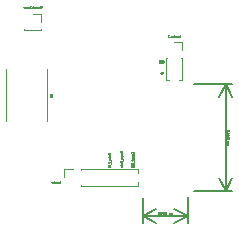
<source format=gbr>
%TF.GenerationSoftware,KiCad,Pcbnew,(6.0.5)*%
%TF.CreationDate,2022-07-20T13:20:04-04:00*%
%TF.ProjectId,torque_motor_design,746f7271-7565-45f6-9d6f-746f725f6465,rev?*%
%TF.SameCoordinates,Original*%
%TF.FileFunction,Legend,Bot*%
%TF.FilePolarity,Positive*%
%FSLAX46Y46*%
G04 Gerber Fmt 4.6, Leading zero omitted, Abs format (unit mm)*
G04 Created by KiCad (PCBNEW (6.0.5)) date 2022-07-20 13:20:04*
%MOMM*%
%LPD*%
G01*
G04 APERTURE LIST*
%ADD10C,0.037500*%
%ADD11C,0.200000*%
%ADD12C,0.120000*%
G04 APERTURE END LIST*
D10*
X198008857Y-60328785D02*
X197958857Y-60553785D01*
X197908857Y-60328785D01*
X197858857Y-60468071D02*
X197744571Y-60468071D01*
X197801714Y-60553785D02*
X197801714Y-60382357D01*
X197980285Y-59374300D02*
X197994571Y-59363585D01*
X198016000Y-59363585D01*
X198037428Y-59374300D01*
X198051714Y-59395728D01*
X198058857Y-59417157D01*
X198066000Y-59460014D01*
X198066000Y-59492157D01*
X198058857Y-59535014D01*
X198051714Y-59556442D01*
X198037428Y-59577871D01*
X198016000Y-59588585D01*
X198001714Y-59588585D01*
X197980285Y-59577871D01*
X197973142Y-59567157D01*
X197973142Y-59492157D01*
X198001714Y-59492157D01*
X197908857Y-59588585D02*
X197908857Y-59363585D01*
X197823142Y-59588585D01*
X197823142Y-59363585D01*
X197751714Y-59588585D02*
X197751714Y-59363585D01*
X197716000Y-59363585D01*
X197694571Y-59374300D01*
X197680285Y-59395728D01*
X197673142Y-59417157D01*
X197666000Y-59460014D01*
X197666000Y-59492157D01*
X197673142Y-59535014D01*
X197680285Y-59556442D01*
X197694571Y-59577871D01*
X197716000Y-59588585D01*
X197751714Y-59588585D01*
X195507957Y-67206485D02*
X195518671Y-67199342D01*
X195529385Y-67177914D01*
X195529385Y-67163628D01*
X195518671Y-67142200D01*
X195497242Y-67127914D01*
X195475814Y-67120771D01*
X195432957Y-67113628D01*
X195400814Y-67113628D01*
X195357957Y-67120771D01*
X195336528Y-67127914D01*
X195315100Y-67142200D01*
X195304385Y-67163628D01*
X195304385Y-67177914D01*
X195315100Y-67199342D01*
X195325814Y-67206485D01*
X195379385Y-67335057D02*
X195529385Y-67335057D01*
X195379385Y-67270771D02*
X195497242Y-67270771D01*
X195518671Y-67277914D01*
X195529385Y-67292200D01*
X195529385Y-67313628D01*
X195518671Y-67327914D01*
X195507957Y-67335057D01*
X195529385Y-67406485D02*
X195379385Y-67406485D01*
X195422242Y-67406485D02*
X195400814Y-67413628D01*
X195390100Y-67420771D01*
X195379385Y-67435057D01*
X195379385Y-67449342D01*
X195529385Y-67499342D02*
X195379385Y-67499342D01*
X195422242Y-67499342D02*
X195400814Y-67506485D01*
X195390100Y-67513628D01*
X195379385Y-67527914D01*
X195379385Y-67542200D01*
X195518671Y-67649342D02*
X195529385Y-67635057D01*
X195529385Y-67606485D01*
X195518671Y-67592200D01*
X195497242Y-67585057D01*
X195411528Y-67585057D01*
X195390100Y-67592200D01*
X195379385Y-67606485D01*
X195379385Y-67635057D01*
X195390100Y-67649342D01*
X195411528Y-67656485D01*
X195432957Y-67656485D01*
X195454385Y-67585057D01*
X195379385Y-67720771D02*
X195529385Y-67720771D01*
X195400814Y-67720771D02*
X195390100Y-67727914D01*
X195379385Y-67742200D01*
X195379385Y-67763628D01*
X195390100Y-67777914D01*
X195411528Y-67785057D01*
X195529385Y-67785057D01*
X195379385Y-67835057D02*
X195379385Y-67892200D01*
X195304385Y-67856485D02*
X195497242Y-67856485D01*
X195518671Y-67863628D01*
X195529385Y-67877914D01*
X195529385Y-67892200D01*
X195550814Y-67906485D02*
X195550814Y-68020771D01*
X195304385Y-68085057D02*
X195304385Y-68113628D01*
X195315100Y-68127914D01*
X195336528Y-68142200D01*
X195379385Y-68149342D01*
X195454385Y-68149342D01*
X195497242Y-68142200D01*
X195518671Y-68127914D01*
X195529385Y-68113628D01*
X195529385Y-68085057D01*
X195518671Y-68070771D01*
X195497242Y-68056485D01*
X195454385Y-68049342D01*
X195379385Y-68049342D01*
X195336528Y-68056485D01*
X195315100Y-68070771D01*
X195304385Y-68085057D01*
X195304385Y-68213628D02*
X195486528Y-68213628D01*
X195507957Y-68220771D01*
X195518671Y-68227914D01*
X195529385Y-68242200D01*
X195529385Y-68270771D01*
X195518671Y-68285057D01*
X195507957Y-68292200D01*
X195486528Y-68299342D01*
X195304385Y-68299342D01*
X195304385Y-68349342D02*
X195304385Y-68435057D01*
X195529385Y-68392200D02*
X195304385Y-68392200D01*
X193548185Y-67250142D02*
X193323185Y-67250142D01*
X193483900Y-67300142D01*
X193323185Y-67350142D01*
X193548185Y-67350142D01*
X193548185Y-67443000D02*
X193537471Y-67428714D01*
X193526757Y-67421571D01*
X193505328Y-67414428D01*
X193441042Y-67414428D01*
X193419614Y-67421571D01*
X193408900Y-67428714D01*
X193398185Y-67443000D01*
X193398185Y-67464428D01*
X193408900Y-67478714D01*
X193419614Y-67485857D01*
X193441042Y-67493000D01*
X193505328Y-67493000D01*
X193526757Y-67485857D01*
X193537471Y-67478714D01*
X193548185Y-67464428D01*
X193548185Y-67443000D01*
X193398185Y-67535857D02*
X193398185Y-67593000D01*
X193323185Y-67557285D02*
X193516042Y-67557285D01*
X193537471Y-67564428D01*
X193548185Y-67578714D01*
X193548185Y-67593000D01*
X193548185Y-67664428D02*
X193537471Y-67650142D01*
X193526757Y-67643000D01*
X193505328Y-67635857D01*
X193441042Y-67635857D01*
X193419614Y-67643000D01*
X193408900Y-67650142D01*
X193398185Y-67664428D01*
X193398185Y-67685857D01*
X193408900Y-67700142D01*
X193419614Y-67707285D01*
X193441042Y-67714428D01*
X193505328Y-67714428D01*
X193526757Y-67707285D01*
X193537471Y-67700142D01*
X193548185Y-67685857D01*
X193548185Y-67664428D01*
X193548185Y-67778714D02*
X193398185Y-67778714D01*
X193441042Y-67778714D02*
X193419614Y-67785857D01*
X193408900Y-67793000D01*
X193398185Y-67807285D01*
X193398185Y-67821571D01*
X193569614Y-67835857D02*
X193569614Y-67950142D01*
X193323185Y-67964428D02*
X193548185Y-68014428D01*
X193323185Y-68064428D01*
X193569614Y-68078714D02*
X193569614Y-68193000D01*
X193548185Y-68228714D02*
X193323185Y-68228714D01*
X193548185Y-68300142D02*
X193323185Y-68300142D01*
X193548185Y-68385857D01*
X193323185Y-68385857D01*
X194339185Y-67016400D02*
X194339185Y-67102114D01*
X194564185Y-67059257D02*
X194339185Y-67059257D01*
X194564185Y-67173542D02*
X194553471Y-67159257D01*
X194542757Y-67152114D01*
X194521328Y-67144971D01*
X194457042Y-67144971D01*
X194435614Y-67152114D01*
X194424900Y-67159257D01*
X194414185Y-67173542D01*
X194414185Y-67194971D01*
X194424900Y-67209257D01*
X194435614Y-67216400D01*
X194457042Y-67223542D01*
X194521328Y-67223542D01*
X194542757Y-67216400D01*
X194553471Y-67209257D01*
X194564185Y-67194971D01*
X194564185Y-67173542D01*
X194564185Y-67287828D02*
X194414185Y-67287828D01*
X194457042Y-67287828D02*
X194435614Y-67294971D01*
X194424900Y-67302114D01*
X194414185Y-67316400D01*
X194414185Y-67330685D01*
X194414185Y-67444971D02*
X194639185Y-67444971D01*
X194553471Y-67444971D02*
X194564185Y-67430685D01*
X194564185Y-67402114D01*
X194553471Y-67387828D01*
X194542757Y-67380685D01*
X194521328Y-67373542D01*
X194457042Y-67373542D01*
X194435614Y-67380685D01*
X194424900Y-67387828D01*
X194414185Y-67402114D01*
X194414185Y-67430685D01*
X194424900Y-67444971D01*
X194414185Y-67580685D02*
X194564185Y-67580685D01*
X194414185Y-67516400D02*
X194532042Y-67516400D01*
X194553471Y-67523542D01*
X194564185Y-67537828D01*
X194564185Y-67559257D01*
X194553471Y-67573542D01*
X194542757Y-67580685D01*
X194553471Y-67709257D02*
X194564185Y-67694971D01*
X194564185Y-67666400D01*
X194553471Y-67652114D01*
X194532042Y-67644971D01*
X194446328Y-67644971D01*
X194424900Y-67652114D01*
X194414185Y-67666400D01*
X194414185Y-67694971D01*
X194424900Y-67709257D01*
X194446328Y-67716400D01*
X194467757Y-67716400D01*
X194489185Y-67644971D01*
X194585614Y-67744971D02*
X194585614Y-67859257D01*
X194564185Y-67894971D02*
X194339185Y-67894971D01*
X194499900Y-67944971D01*
X194339185Y-67994971D01*
X194564185Y-67994971D01*
X194564185Y-68087828D02*
X194553471Y-68073542D01*
X194542757Y-68066400D01*
X194521328Y-68059257D01*
X194457042Y-68059257D01*
X194435614Y-68066400D01*
X194424900Y-68073542D01*
X194414185Y-68087828D01*
X194414185Y-68109257D01*
X194424900Y-68123542D01*
X194435614Y-68130685D01*
X194457042Y-68137828D01*
X194521328Y-68137828D01*
X194542757Y-68130685D01*
X194553471Y-68123542D01*
X194564185Y-68109257D01*
X194564185Y-68087828D01*
X194564185Y-68266400D02*
X194339185Y-68266400D01*
X194553471Y-68266400D02*
X194564185Y-68252114D01*
X194564185Y-68223542D01*
X194553471Y-68209257D01*
X194542757Y-68202114D01*
X194521328Y-68194971D01*
X194457042Y-68194971D01*
X194435614Y-68202114D01*
X194424900Y-68209257D01*
X194414185Y-68223542D01*
X194414185Y-68252114D01*
X194424900Y-68266400D01*
X194553471Y-68394971D02*
X194564185Y-68380685D01*
X194564185Y-68352114D01*
X194553471Y-68337828D01*
X194532042Y-68330685D01*
X194446328Y-68330685D01*
X194424900Y-68337828D01*
X194414185Y-68352114D01*
X194414185Y-68380685D01*
X194424900Y-68394971D01*
X194446328Y-68402114D01*
X194467757Y-68402114D01*
X194489185Y-68330685D01*
X203421557Y-65314766D02*
X203421560Y-65343337D01*
X203428704Y-65357622D01*
X203435847Y-65364764D01*
X203457277Y-65379048D01*
X203485849Y-65386189D01*
X203542992Y-65386184D01*
X203557277Y-65379039D01*
X203564419Y-65371896D01*
X203571561Y-65357610D01*
X203571558Y-65329038D01*
X203564414Y-65314753D01*
X203557271Y-65307611D01*
X203542984Y-65300469D01*
X203507270Y-65300472D01*
X203492985Y-65307616D01*
X203485843Y-65314760D01*
X203478701Y-65329046D01*
X203478704Y-65357618D01*
X203485848Y-65371903D01*
X203492991Y-65379045D01*
X203507278Y-65386187D01*
X203435855Y-65450479D02*
X203428712Y-65457622D01*
X203421569Y-65450480D01*
X203428711Y-65443336D01*
X203435855Y-65450479D01*
X203421569Y-65450480D01*
X203421582Y-65600480D02*
X203421575Y-65514766D01*
X203421578Y-65557623D02*
X203571578Y-65557610D01*
X203550149Y-65543326D01*
X203535862Y-65529041D01*
X203528717Y-65514756D01*
X203421595Y-65743337D02*
X203421587Y-65657623D01*
X203421591Y-65700480D02*
X203571591Y-65700467D01*
X203550161Y-65686183D01*
X203535874Y-65671898D01*
X203528730Y-65657613D01*
X203421607Y-65886194D02*
X203421600Y-65800480D01*
X203421603Y-65843337D02*
X203571603Y-65843324D01*
X203550174Y-65829040D01*
X203535887Y-65814756D01*
X203528743Y-65800470D01*
X203571619Y-66014752D02*
X203571616Y-65986181D01*
X203564472Y-65971896D01*
X203557328Y-65964754D01*
X203535899Y-65950470D01*
X203507327Y-65943330D01*
X203450184Y-65943335D01*
X203435899Y-65950479D01*
X203428756Y-65957622D01*
X203421615Y-65971908D01*
X203421617Y-66000480D01*
X203428761Y-66014765D01*
X203435905Y-66021907D01*
X203450191Y-66029049D01*
X203485905Y-66029046D01*
X203500191Y-66021902D01*
X203507333Y-66014758D01*
X203514474Y-66000472D01*
X203514472Y-65971900D01*
X203507328Y-65957615D01*
X203500184Y-65950473D01*
X203485898Y-65943331D01*
X203421635Y-66207623D02*
X203521635Y-66207614D01*
X203507350Y-66207615D02*
X203514493Y-66214757D01*
X203521637Y-66229043D01*
X203521639Y-66250471D01*
X203514498Y-66264757D01*
X203500213Y-66271902D01*
X203421641Y-66271908D01*
X203500213Y-66271902D02*
X203514499Y-66279043D01*
X203521643Y-66293328D01*
X203521645Y-66314757D01*
X203514503Y-66329043D01*
X203500218Y-66336187D01*
X203421647Y-66336194D01*
X203421653Y-66407623D02*
X203521653Y-66407614D01*
X203507367Y-66407615D02*
X203514511Y-66414757D01*
X203521655Y-66429043D01*
X203521657Y-66450471D01*
X203514515Y-66464757D01*
X203500230Y-66471902D01*
X203421659Y-66471908D01*
X203500230Y-66471902D02*
X203514516Y-66479043D01*
X203521661Y-66493328D01*
X203521662Y-66514757D01*
X203514521Y-66529043D01*
X203500236Y-66536187D01*
X203421664Y-66536194D01*
D11*
X200602000Y-70477956D02*
X203888788Y-70477667D01*
X200601200Y-61366356D02*
X203887988Y-61366067D01*
X203302368Y-70477719D02*
X203301568Y-61366119D01*
X203302368Y-70477719D02*
X203301568Y-61366119D01*
X203302368Y-70477719D02*
X203888690Y-69351164D01*
X203302368Y-70477719D02*
X202715848Y-69351267D01*
X203301568Y-61366119D02*
X202715246Y-62492674D01*
X203301568Y-61366119D02*
X203888088Y-62492571D01*
D10*
X197568028Y-72207485D02*
X197660885Y-72207485D01*
X197610885Y-72293200D01*
X197632314Y-72293200D01*
X197646600Y-72303914D01*
X197653742Y-72314628D01*
X197660885Y-72336057D01*
X197660885Y-72389628D01*
X197653742Y-72411057D01*
X197646600Y-72421771D01*
X197632314Y-72432485D01*
X197589457Y-72432485D01*
X197575171Y-72421771D01*
X197568028Y-72411057D01*
X197725171Y-72411057D02*
X197732314Y-72421771D01*
X197725171Y-72432485D01*
X197718028Y-72421771D01*
X197725171Y-72411057D01*
X197725171Y-72432485D01*
X197818028Y-72303914D02*
X197803742Y-72293200D01*
X197796600Y-72282485D01*
X197789457Y-72261057D01*
X197789457Y-72250342D01*
X197796600Y-72228914D01*
X197803742Y-72218200D01*
X197818028Y-72207485D01*
X197846600Y-72207485D01*
X197860885Y-72218200D01*
X197868028Y-72228914D01*
X197875171Y-72250342D01*
X197875171Y-72261057D01*
X197868028Y-72282485D01*
X197860885Y-72293200D01*
X197846600Y-72303914D01*
X197818028Y-72303914D01*
X197803742Y-72314628D01*
X197796600Y-72325342D01*
X197789457Y-72346771D01*
X197789457Y-72389628D01*
X197796600Y-72411057D01*
X197803742Y-72421771D01*
X197818028Y-72432485D01*
X197846600Y-72432485D01*
X197860885Y-72421771D01*
X197868028Y-72411057D01*
X197875171Y-72389628D01*
X197875171Y-72346771D01*
X197868028Y-72325342D01*
X197860885Y-72314628D01*
X197846600Y-72303914D01*
X198018028Y-72432485D02*
X197932314Y-72432485D01*
X197975171Y-72432485D02*
X197975171Y-72207485D01*
X197960885Y-72239628D01*
X197946600Y-72261057D01*
X197932314Y-72271771D01*
X198110885Y-72207485D02*
X198125171Y-72207485D01*
X198139457Y-72218200D01*
X198146600Y-72228914D01*
X198153742Y-72250342D01*
X198160885Y-72293200D01*
X198160885Y-72346771D01*
X198153742Y-72389628D01*
X198146600Y-72411057D01*
X198139457Y-72421771D01*
X198125171Y-72432485D01*
X198110885Y-72432485D01*
X198096600Y-72421771D01*
X198089457Y-72411057D01*
X198082314Y-72389628D01*
X198075171Y-72346771D01*
X198075171Y-72293200D01*
X198082314Y-72250342D01*
X198089457Y-72228914D01*
X198096600Y-72218200D01*
X198110885Y-72207485D01*
X198246600Y-72303914D02*
X198232314Y-72293200D01*
X198225171Y-72282485D01*
X198218028Y-72261057D01*
X198218028Y-72250342D01*
X198225171Y-72228914D01*
X198232314Y-72218200D01*
X198246600Y-72207485D01*
X198275171Y-72207485D01*
X198289457Y-72218200D01*
X198296600Y-72228914D01*
X198303742Y-72250342D01*
X198303742Y-72261057D01*
X198296600Y-72282485D01*
X198289457Y-72293200D01*
X198275171Y-72303914D01*
X198246600Y-72303914D01*
X198232314Y-72314628D01*
X198225171Y-72325342D01*
X198218028Y-72346771D01*
X198218028Y-72389628D01*
X198225171Y-72411057D01*
X198232314Y-72421771D01*
X198246600Y-72432485D01*
X198275171Y-72432485D01*
X198289457Y-72421771D01*
X198296600Y-72411057D01*
X198303742Y-72389628D01*
X198303742Y-72346771D01*
X198296600Y-72325342D01*
X198289457Y-72314628D01*
X198275171Y-72303914D01*
X198482314Y-72432485D02*
X198482314Y-72282485D01*
X198482314Y-72303914D02*
X198489457Y-72293200D01*
X198503742Y-72282485D01*
X198525171Y-72282485D01*
X198539457Y-72293200D01*
X198546600Y-72314628D01*
X198546600Y-72432485D01*
X198546600Y-72314628D02*
X198553742Y-72293200D01*
X198568028Y-72282485D01*
X198589457Y-72282485D01*
X198603742Y-72293200D01*
X198610885Y-72314628D01*
X198610885Y-72432485D01*
X198682314Y-72432485D02*
X198682314Y-72282485D01*
X198682314Y-72303914D02*
X198689457Y-72293200D01*
X198703742Y-72282485D01*
X198725171Y-72282485D01*
X198739457Y-72293200D01*
X198746600Y-72314628D01*
X198746600Y-72432485D01*
X198746600Y-72314628D02*
X198753742Y-72293200D01*
X198768028Y-72282485D01*
X198789457Y-72282485D01*
X198803742Y-72293200D01*
X198810885Y-72314628D01*
X198810885Y-72432485D01*
D11*
X200102000Y-70978000D02*
X200102000Y-73179620D01*
X196291200Y-73179620D02*
X196291200Y-71010400D01*
X200102000Y-72593200D02*
X196291200Y-72593200D01*
X200102000Y-72593200D02*
X196291200Y-72593200D01*
X200102000Y-72593200D02*
X198975496Y-72006779D01*
X200102000Y-72593200D02*
X198975496Y-73179621D01*
X196291200Y-72593200D02*
X197417704Y-73179621D01*
X196291200Y-72593200D02*
X197417704Y-72006779D01*
D10*
%TO.C,header_2*%
X199415428Y-57394657D02*
X199415428Y-57244657D01*
X199351142Y-57394657D02*
X199351142Y-57316085D01*
X199358285Y-57301800D01*
X199372571Y-57294657D01*
X199394000Y-57294657D01*
X199408285Y-57301800D01*
X199415428Y-57308942D01*
X199222571Y-57387514D02*
X199236857Y-57394657D01*
X199265428Y-57394657D01*
X199279714Y-57387514D01*
X199286857Y-57373228D01*
X199286857Y-57316085D01*
X199279714Y-57301800D01*
X199265428Y-57294657D01*
X199236857Y-57294657D01*
X199222571Y-57301800D01*
X199215428Y-57316085D01*
X199215428Y-57330371D01*
X199286857Y-57344657D01*
X199086857Y-57394657D02*
X199086857Y-57316085D01*
X199094000Y-57301800D01*
X199108285Y-57294657D01*
X199136857Y-57294657D01*
X199151142Y-57301800D01*
X199086857Y-57387514D02*
X199101142Y-57394657D01*
X199136857Y-57394657D01*
X199151142Y-57387514D01*
X199158285Y-57373228D01*
X199158285Y-57358942D01*
X199151142Y-57344657D01*
X199136857Y-57337514D01*
X199101142Y-57337514D01*
X199086857Y-57330371D01*
X198951142Y-57394657D02*
X198951142Y-57244657D01*
X198951142Y-57387514D02*
X198965428Y-57394657D01*
X198994000Y-57394657D01*
X199008285Y-57387514D01*
X199015428Y-57380371D01*
X199022571Y-57366085D01*
X199022571Y-57323228D01*
X199015428Y-57308942D01*
X199008285Y-57301800D01*
X198994000Y-57294657D01*
X198965428Y-57294657D01*
X198951142Y-57301800D01*
X198822571Y-57387514D02*
X198836857Y-57394657D01*
X198865428Y-57394657D01*
X198879714Y-57387514D01*
X198886857Y-57373228D01*
X198886857Y-57316085D01*
X198879714Y-57301800D01*
X198865428Y-57294657D01*
X198836857Y-57294657D01*
X198822571Y-57301800D01*
X198815428Y-57316085D01*
X198815428Y-57330371D01*
X198886857Y-57344657D01*
X198751142Y-57394657D02*
X198751142Y-57294657D01*
X198751142Y-57323228D02*
X198744000Y-57308942D01*
X198736857Y-57301800D01*
X198722571Y-57294657D01*
X198708285Y-57294657D01*
X198694000Y-57408942D02*
X198579714Y-57408942D01*
X198551142Y-57258942D02*
X198544000Y-57251800D01*
X198529714Y-57244657D01*
X198494000Y-57244657D01*
X198479714Y-57251800D01*
X198472571Y-57258942D01*
X198465428Y-57273228D01*
X198465428Y-57287514D01*
X198472571Y-57308942D01*
X198558285Y-57394657D01*
X198465428Y-57394657D01*
%TO.C,Current_Sense*%
X187637000Y-54911571D02*
X187644142Y-54918714D01*
X187665571Y-54925857D01*
X187679857Y-54925857D01*
X187701285Y-54918714D01*
X187715571Y-54904428D01*
X187722714Y-54890142D01*
X187729857Y-54861571D01*
X187729857Y-54840142D01*
X187722714Y-54811571D01*
X187715571Y-54797285D01*
X187701285Y-54783000D01*
X187679857Y-54775857D01*
X187665571Y-54775857D01*
X187644142Y-54783000D01*
X187637000Y-54790142D01*
X187508428Y-54825857D02*
X187508428Y-54925857D01*
X187572714Y-54825857D02*
X187572714Y-54904428D01*
X187565571Y-54918714D01*
X187551285Y-54925857D01*
X187529857Y-54925857D01*
X187515571Y-54918714D01*
X187508428Y-54911571D01*
X187437000Y-54925857D02*
X187437000Y-54825857D01*
X187437000Y-54854428D02*
X187429857Y-54840142D01*
X187422714Y-54833000D01*
X187408428Y-54825857D01*
X187394142Y-54825857D01*
X187344142Y-54925857D02*
X187344142Y-54825857D01*
X187344142Y-54854428D02*
X187337000Y-54840142D01*
X187329857Y-54833000D01*
X187315571Y-54825857D01*
X187301285Y-54825857D01*
X187194142Y-54918714D02*
X187208428Y-54925857D01*
X187237000Y-54925857D01*
X187251285Y-54918714D01*
X187258428Y-54904428D01*
X187258428Y-54847285D01*
X187251285Y-54833000D01*
X187237000Y-54825857D01*
X187208428Y-54825857D01*
X187194142Y-54833000D01*
X187187000Y-54847285D01*
X187187000Y-54861571D01*
X187258428Y-54875857D01*
X187122714Y-54825857D02*
X187122714Y-54925857D01*
X187122714Y-54840142D02*
X187115571Y-54833000D01*
X187101285Y-54825857D01*
X187079857Y-54825857D01*
X187065571Y-54833000D01*
X187058428Y-54847285D01*
X187058428Y-54925857D01*
X187008428Y-54825857D02*
X186951285Y-54825857D01*
X186987000Y-54775857D02*
X186987000Y-54904428D01*
X186979857Y-54918714D01*
X186965571Y-54925857D01*
X186951285Y-54925857D01*
X186937000Y-54940142D02*
X186822714Y-54940142D01*
X186794142Y-54918714D02*
X186772714Y-54925857D01*
X186737000Y-54925857D01*
X186722714Y-54918714D01*
X186715571Y-54911571D01*
X186708428Y-54897285D01*
X186708428Y-54883000D01*
X186715571Y-54868714D01*
X186722714Y-54861571D01*
X186737000Y-54854428D01*
X186765571Y-54847285D01*
X186779857Y-54840142D01*
X186787000Y-54833000D01*
X186794142Y-54818714D01*
X186794142Y-54804428D01*
X186787000Y-54790142D01*
X186779857Y-54783000D01*
X186765571Y-54775857D01*
X186729857Y-54775857D01*
X186708428Y-54783000D01*
X186587000Y-54918714D02*
X186601285Y-54925857D01*
X186629857Y-54925857D01*
X186644142Y-54918714D01*
X186651285Y-54904428D01*
X186651285Y-54847285D01*
X186644142Y-54833000D01*
X186629857Y-54825857D01*
X186601285Y-54825857D01*
X186587000Y-54833000D01*
X186579857Y-54847285D01*
X186579857Y-54861571D01*
X186651285Y-54875857D01*
X186515571Y-54825857D02*
X186515571Y-54925857D01*
X186515571Y-54840142D02*
X186508428Y-54833000D01*
X186494142Y-54825857D01*
X186472714Y-54825857D01*
X186458428Y-54833000D01*
X186451285Y-54847285D01*
X186451285Y-54925857D01*
X186387000Y-54918714D02*
X186372714Y-54925857D01*
X186344142Y-54925857D01*
X186329857Y-54918714D01*
X186322714Y-54904428D01*
X186322714Y-54897285D01*
X186329857Y-54883000D01*
X186344142Y-54875857D01*
X186365571Y-54875857D01*
X186379857Y-54868714D01*
X186387000Y-54854428D01*
X186387000Y-54847285D01*
X186379857Y-54833000D01*
X186365571Y-54825857D01*
X186344142Y-54825857D01*
X186329857Y-54833000D01*
X186201285Y-54918714D02*
X186215571Y-54925857D01*
X186244142Y-54925857D01*
X186258428Y-54918714D01*
X186265571Y-54904428D01*
X186265571Y-54847285D01*
X186258428Y-54833000D01*
X186244142Y-54825857D01*
X186215571Y-54825857D01*
X186201285Y-54833000D01*
X186194142Y-54847285D01*
X186194142Y-54861571D01*
X186265571Y-54875857D01*
%TO.C,header*%
X189268057Y-69765457D02*
X189268057Y-69615457D01*
X189203771Y-69765457D02*
X189203771Y-69686885D01*
X189210914Y-69672600D01*
X189225200Y-69665457D01*
X189246628Y-69665457D01*
X189260914Y-69672600D01*
X189268057Y-69679742D01*
X189075200Y-69758314D02*
X189089485Y-69765457D01*
X189118057Y-69765457D01*
X189132342Y-69758314D01*
X189139485Y-69744028D01*
X189139485Y-69686885D01*
X189132342Y-69672600D01*
X189118057Y-69665457D01*
X189089485Y-69665457D01*
X189075200Y-69672600D01*
X189068057Y-69686885D01*
X189068057Y-69701171D01*
X189139485Y-69715457D01*
X188939485Y-69765457D02*
X188939485Y-69686885D01*
X188946628Y-69672600D01*
X188960914Y-69665457D01*
X188989485Y-69665457D01*
X189003771Y-69672600D01*
X188939485Y-69758314D02*
X188953771Y-69765457D01*
X188989485Y-69765457D01*
X189003771Y-69758314D01*
X189010914Y-69744028D01*
X189010914Y-69729742D01*
X189003771Y-69715457D01*
X188989485Y-69708314D01*
X188953771Y-69708314D01*
X188939485Y-69701171D01*
X188803771Y-69765457D02*
X188803771Y-69615457D01*
X188803771Y-69758314D02*
X188818057Y-69765457D01*
X188846628Y-69765457D01*
X188860914Y-69758314D01*
X188868057Y-69751171D01*
X188875200Y-69736885D01*
X188875200Y-69694028D01*
X188868057Y-69679742D01*
X188860914Y-69672600D01*
X188846628Y-69665457D01*
X188818057Y-69665457D01*
X188803771Y-69672600D01*
X188675200Y-69758314D02*
X188689485Y-69765457D01*
X188718057Y-69765457D01*
X188732342Y-69758314D01*
X188739485Y-69744028D01*
X188739485Y-69686885D01*
X188732342Y-69672600D01*
X188718057Y-69665457D01*
X188689485Y-69665457D01*
X188675200Y-69672600D01*
X188668057Y-69686885D01*
X188668057Y-69701171D01*
X188739485Y-69715457D01*
X188603771Y-69765457D02*
X188603771Y-69665457D01*
X188603771Y-69694028D02*
X188596628Y-69679742D01*
X188589485Y-69672600D01*
X188575200Y-69665457D01*
X188560914Y-69665457D01*
%TO.C,R3*%
X188609857Y-62303000D02*
X188538428Y-62253000D01*
X188609857Y-62217285D02*
X188459857Y-62217285D01*
X188459857Y-62274428D01*
X188467000Y-62288714D01*
X188474142Y-62295857D01*
X188488428Y-62303000D01*
X188509857Y-62303000D01*
X188524142Y-62295857D01*
X188531285Y-62288714D01*
X188538428Y-62274428D01*
X188538428Y-62217285D01*
X188459857Y-62353000D02*
X188459857Y-62445857D01*
X188517000Y-62395857D01*
X188517000Y-62417285D01*
X188524142Y-62431571D01*
X188531285Y-62438714D01*
X188545571Y-62445857D01*
X188581285Y-62445857D01*
X188595571Y-62438714D01*
X188602714Y-62431571D01*
X188609857Y-62417285D01*
X188609857Y-62374428D01*
X188602714Y-62360142D01*
X188595571Y-62353000D01*
D12*
%TO.C,header_2*%
X199627800Y-59171800D02*
X199627800Y-61046800D01*
X198237800Y-59171800D02*
X198237800Y-61046800D01*
X198538307Y-61046800D02*
X198237800Y-61046800D01*
X199627800Y-57801800D02*
X198932800Y-57801800D01*
X199627800Y-59171800D02*
X199541076Y-59171800D01*
X199627800Y-61046800D02*
X199327293Y-61046800D01*
X199627800Y-58486800D02*
X199627800Y-57801800D01*
X198324524Y-59171800D02*
X198237800Y-59171800D01*
%TO.C,Current_Sense*%
X187657000Y-56813000D02*
X187570276Y-56813000D01*
X187657000Y-55443000D02*
X186962000Y-55443000D01*
X186267000Y-56813000D02*
X186267000Y-56688000D01*
X187657000Y-56813000D02*
X186267000Y-56813000D01*
X187657000Y-56128000D02*
X187657000Y-55443000D01*
X186353724Y-56813000D02*
X186267000Y-56813000D01*
X187657000Y-56813000D02*
X187657000Y-56688000D01*
%TO.C,header*%
X191032600Y-68596200D02*
X195907600Y-68596200D01*
X191032600Y-68596200D02*
X191032600Y-68682924D01*
X191032600Y-69986200D02*
X195907600Y-69986200D01*
X191032600Y-69899476D02*
X191032600Y-69986200D01*
X190347600Y-68596200D02*
X189662600Y-68596200D01*
X195907600Y-69685693D02*
X195907600Y-69986200D01*
X189662600Y-68596200D02*
X189662600Y-69291200D01*
X195907600Y-68596200D02*
X195907600Y-68896707D01*
%TO.C,R3*%
X188172000Y-64505064D02*
X188172000Y-60150936D01*
X184752000Y-64505064D02*
X184752000Y-60150936D01*
%TD*%
M02*

</source>
